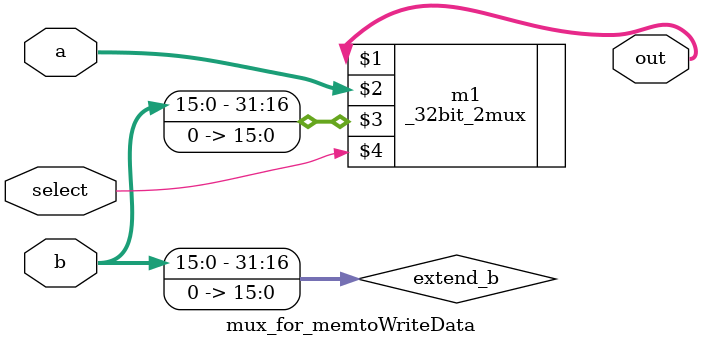
<source format=v>
module mux_for_memtoWriteData(out,a,b,select);

input select;
input [31:0] a;
input [15:0] b;
output[31:0] out;


wire [31:0] extend_b;

buf d0(extend_b[0],0),d1(extend_b[1],0),d2(extend_b[2],0),d3(extend_b[3],0),
	d4(extend_b[4],0),d5(extend_b[5],0),d6(extend_b[6],0),d7(extend_b[7],0),
	d8(extend_b[8],0),d9(extend_b[9],0),d10(extend_b[10],0),d11(extend_b[11],0),
	d12(extend_b[12],0),d13(extend_b[13],0),d14(extend_b[14],0),d15(extend_b[15],0),
	d16(extend_b[16],b[0]),d17(extend_b[17],b[1]),d18(extend_b[18],b[2]),d19(extend_b[19],b[3]),
	d20(extend_b[20],b[4]),d21(extend_b[21],b[5]),d22(extend_b[22],b[6]),d23(extend_b[23],b[7]),
	d24(extend_b[24],b[8]),d25(extend_b[25],b[9]),d26(extend_b[26],b[10]),d27(extend_b[27],b[11]),
	d28(extend_b[28],b[12]),d29(extend_b[29],b[13]),d30(extend_b[30],b[14]),d31(extend_b[31],b[15]);


_32bit_2mux m1(out,a,extend_b,select);



endmodule
</source>
